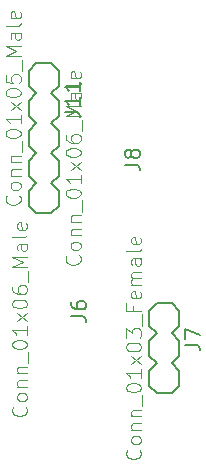
<source format=gbr>
G04 #@! TF.GenerationSoftware,KiCad,Pcbnew,(5.1.6)-1*
G04 #@! TF.CreationDate,2020-08-30T21:35:49+02:00*
G04 #@! TF.ProjectId,Freude_BreakoutBoard,46726575-6465-45f4-9272-65616b6f7574,rev?*
G04 #@! TF.SameCoordinates,Original*
G04 #@! TF.FileFunction,Legend,Bot*
G04 #@! TF.FilePolarity,Positive*
%FSLAX46Y46*%
G04 Gerber Fmt 4.6, Leading zero omitted, Abs format (unit mm)*
G04 Created by KiCad (PCBNEW (5.1.6)-1) date 2020-08-30 21:35:49*
%MOMM*%
%LPD*%
G01*
G04 APERTURE LIST*
%ADD10C,0.203200*%
%ADD11C,0.127000*%
%ADD12C,0.101600*%
G04 APERTURE END LIST*
D10*
X165730000Y-91190000D02*
X166365000Y-91825000D01*
X166365000Y-91825000D02*
X166365000Y-93095000D01*
X166365000Y-93095000D02*
X165730000Y-93730000D01*
X164460000Y-93730000D02*
X163825000Y-93095000D01*
X163825000Y-93095000D02*
X163825000Y-91825000D01*
X163825000Y-91825000D02*
X164460000Y-91190000D01*
X166365000Y-86745000D02*
X166365000Y-88015000D01*
X166365000Y-88015000D02*
X165730000Y-88650000D01*
X164460000Y-88650000D02*
X163825000Y-88015000D01*
X165730000Y-88650000D02*
X166365000Y-89285000D01*
X166365000Y-89285000D02*
X166365000Y-90555000D01*
X166365000Y-90555000D02*
X165730000Y-91190000D01*
X164460000Y-91190000D02*
X163825000Y-90555000D01*
X163825000Y-90555000D02*
X163825000Y-89285000D01*
X163825000Y-89285000D02*
X164460000Y-88650000D01*
X165730000Y-86110000D02*
X164460000Y-86110000D01*
X166365000Y-86745000D02*
X165730000Y-86110000D01*
X164460000Y-86110000D02*
X163825000Y-86745000D01*
X163825000Y-88015000D02*
X163825000Y-86745000D01*
X165730000Y-93730000D02*
X164460000Y-93730000D01*
X156165000Y-74040000D02*
X156165000Y-75310000D01*
X156165000Y-75310000D02*
X155530000Y-75945000D01*
X154260000Y-75945000D02*
X153625000Y-75310000D01*
X155530000Y-75945000D02*
X156165000Y-76580000D01*
X156165000Y-76580000D02*
X156165000Y-77850000D01*
X156165000Y-77850000D02*
X155530000Y-78485000D01*
X154260000Y-78485000D02*
X153625000Y-77850000D01*
X153625000Y-77850000D02*
X153625000Y-76580000D01*
X153625000Y-76580000D02*
X154260000Y-75945000D01*
X155530000Y-70865000D02*
X156165000Y-71500000D01*
X156165000Y-71500000D02*
X156165000Y-72770000D01*
X156165000Y-72770000D02*
X155530000Y-73405000D01*
X154260000Y-73405000D02*
X153625000Y-72770000D01*
X153625000Y-72770000D02*
X153625000Y-71500000D01*
X153625000Y-71500000D02*
X154260000Y-70865000D01*
X156165000Y-74040000D02*
X155530000Y-73405000D01*
X154260000Y-73405000D02*
X153625000Y-74040000D01*
X153625000Y-75310000D02*
X153625000Y-74040000D01*
X156165000Y-66420000D02*
X156165000Y-67690000D01*
X156165000Y-67690000D02*
X155530000Y-68325000D01*
X154260000Y-68325000D02*
X153625000Y-67690000D01*
X155530000Y-68325000D02*
X156165000Y-68960000D01*
X156165000Y-68960000D02*
X156165000Y-70230000D01*
X156165000Y-70230000D02*
X155530000Y-70865000D01*
X154260000Y-70865000D02*
X153625000Y-70230000D01*
X153625000Y-70230000D02*
X153625000Y-68960000D01*
X153625000Y-68960000D02*
X154260000Y-68325000D01*
X155530000Y-65785000D02*
X154260000Y-65785000D01*
X156165000Y-66420000D02*
X155530000Y-65785000D01*
X154260000Y-65785000D02*
X153625000Y-66420000D01*
X153625000Y-67690000D02*
X153625000Y-66420000D01*
X155530000Y-78485000D02*
X154260000Y-78485000D01*
D11*
X166863323Y-89632133D02*
X167770466Y-89632133D01*
X167951895Y-89692609D01*
X168072847Y-89813561D01*
X168133323Y-89994990D01*
X168133323Y-90115942D01*
X166863323Y-89148323D02*
X166863323Y-88301657D01*
X168133323Y-88845942D01*
D12*
X163008571Y-98537857D02*
X163069047Y-98598333D01*
X163129523Y-98779761D01*
X163129523Y-98900714D01*
X163069047Y-99082142D01*
X162948095Y-99203095D01*
X162827142Y-99263571D01*
X162585238Y-99324047D01*
X162403809Y-99324047D01*
X162161904Y-99263571D01*
X162040952Y-99203095D01*
X161920000Y-99082142D01*
X161859523Y-98900714D01*
X161859523Y-98779761D01*
X161920000Y-98598333D01*
X161980476Y-98537857D01*
X163129523Y-97812142D02*
X163069047Y-97933095D01*
X163008571Y-97993571D01*
X162887619Y-98054047D01*
X162524761Y-98054047D01*
X162403809Y-97993571D01*
X162343333Y-97933095D01*
X162282857Y-97812142D01*
X162282857Y-97630714D01*
X162343333Y-97509761D01*
X162403809Y-97449285D01*
X162524761Y-97388809D01*
X162887619Y-97388809D01*
X163008571Y-97449285D01*
X163069047Y-97509761D01*
X163129523Y-97630714D01*
X163129523Y-97812142D01*
X162282857Y-96844523D02*
X163129523Y-96844523D01*
X162403809Y-96844523D02*
X162343333Y-96784047D01*
X162282857Y-96663095D01*
X162282857Y-96481666D01*
X162343333Y-96360714D01*
X162464285Y-96300238D01*
X163129523Y-96300238D01*
X162282857Y-95695476D02*
X163129523Y-95695476D01*
X162403809Y-95695476D02*
X162343333Y-95635000D01*
X162282857Y-95514047D01*
X162282857Y-95332619D01*
X162343333Y-95211666D01*
X162464285Y-95151190D01*
X163129523Y-95151190D01*
X163250476Y-94848809D02*
X163250476Y-93881190D01*
X161859523Y-93336904D02*
X161859523Y-93215952D01*
X161920000Y-93095000D01*
X161980476Y-93034523D01*
X162101428Y-92974047D01*
X162343333Y-92913571D01*
X162645714Y-92913571D01*
X162887619Y-92974047D01*
X163008571Y-93034523D01*
X163069047Y-93095000D01*
X163129523Y-93215952D01*
X163129523Y-93336904D01*
X163069047Y-93457857D01*
X163008571Y-93518333D01*
X162887619Y-93578809D01*
X162645714Y-93639285D01*
X162343333Y-93639285D01*
X162101428Y-93578809D01*
X161980476Y-93518333D01*
X161920000Y-93457857D01*
X161859523Y-93336904D01*
X163129523Y-91704047D02*
X163129523Y-92429761D01*
X163129523Y-92066904D02*
X161859523Y-92066904D01*
X162040952Y-92187857D01*
X162161904Y-92308809D01*
X162222380Y-92429761D01*
X163129523Y-91280714D02*
X162282857Y-90615476D01*
X162282857Y-91280714D02*
X163129523Y-90615476D01*
X161859523Y-89889761D02*
X161859523Y-89768809D01*
X161920000Y-89647857D01*
X161980476Y-89587380D01*
X162101428Y-89526904D01*
X162343333Y-89466428D01*
X162645714Y-89466428D01*
X162887619Y-89526904D01*
X163008571Y-89587380D01*
X163069047Y-89647857D01*
X163129523Y-89768809D01*
X163129523Y-89889761D01*
X163069047Y-90010714D01*
X163008571Y-90071190D01*
X162887619Y-90131666D01*
X162645714Y-90192142D01*
X162343333Y-90192142D01*
X162101428Y-90131666D01*
X161980476Y-90071190D01*
X161920000Y-90010714D01*
X161859523Y-89889761D01*
X161859523Y-89043095D02*
X161859523Y-88256904D01*
X162343333Y-88680238D01*
X162343333Y-88498809D01*
X162403809Y-88377857D01*
X162464285Y-88317380D01*
X162585238Y-88256904D01*
X162887619Y-88256904D01*
X163008571Y-88317380D01*
X163069047Y-88377857D01*
X163129523Y-88498809D01*
X163129523Y-88861666D01*
X163069047Y-88982619D01*
X163008571Y-89043095D01*
X163250476Y-88015000D02*
X163250476Y-87047380D01*
X162464285Y-86321666D02*
X162464285Y-86745000D01*
X163129523Y-86745000D02*
X161859523Y-86745000D01*
X161859523Y-86140238D01*
X163069047Y-85172619D02*
X163129523Y-85293571D01*
X163129523Y-85535476D01*
X163069047Y-85656428D01*
X162948095Y-85716904D01*
X162464285Y-85716904D01*
X162343333Y-85656428D01*
X162282857Y-85535476D01*
X162282857Y-85293571D01*
X162343333Y-85172619D01*
X162464285Y-85112142D01*
X162585238Y-85112142D01*
X162706190Y-85716904D01*
X163129523Y-84567857D02*
X162282857Y-84567857D01*
X162403809Y-84567857D02*
X162343333Y-84507380D01*
X162282857Y-84386428D01*
X162282857Y-84205000D01*
X162343333Y-84084047D01*
X162464285Y-84023571D01*
X163129523Y-84023571D01*
X162464285Y-84023571D02*
X162343333Y-83963095D01*
X162282857Y-83842142D01*
X162282857Y-83660714D01*
X162343333Y-83539761D01*
X162464285Y-83479285D01*
X163129523Y-83479285D01*
X163129523Y-82330238D02*
X162464285Y-82330238D01*
X162343333Y-82390714D01*
X162282857Y-82511666D01*
X162282857Y-82753571D01*
X162343333Y-82874523D01*
X163069047Y-82330238D02*
X163129523Y-82451190D01*
X163129523Y-82753571D01*
X163069047Y-82874523D01*
X162948095Y-82935000D01*
X162827142Y-82935000D01*
X162706190Y-82874523D01*
X162645714Y-82753571D01*
X162645714Y-82451190D01*
X162585238Y-82330238D01*
X163129523Y-81544047D02*
X163069047Y-81665000D01*
X162948095Y-81725476D01*
X161859523Y-81725476D01*
X163069047Y-80576428D02*
X163129523Y-80697380D01*
X163129523Y-80939285D01*
X163069047Y-81060238D01*
X162948095Y-81120714D01*
X162464285Y-81120714D01*
X162343333Y-81060238D01*
X162282857Y-80939285D01*
X162282857Y-80697380D01*
X162343333Y-80576428D01*
X162464285Y-80515952D01*
X162585238Y-80515952D01*
X162706190Y-81120714D01*
D11*
X161763323Y-74382133D02*
X162670466Y-74382133D01*
X162851895Y-74442609D01*
X162972847Y-74563561D01*
X163033323Y-74744990D01*
X163033323Y-74865942D01*
X162307609Y-73595942D02*
X162247133Y-73716895D01*
X162186657Y-73777371D01*
X162065704Y-73837847D01*
X162005228Y-73837847D01*
X161884276Y-73777371D01*
X161823800Y-73716895D01*
X161763323Y-73595942D01*
X161763323Y-73354038D01*
X161823800Y-73233085D01*
X161884276Y-73172609D01*
X162005228Y-73112133D01*
X162065704Y-73112133D01*
X162186657Y-73172609D01*
X162247133Y-73233085D01*
X162307609Y-73354038D01*
X162307609Y-73595942D01*
X162368085Y-73716895D01*
X162428561Y-73777371D01*
X162549514Y-73837847D01*
X162791419Y-73837847D01*
X162912371Y-73777371D01*
X162972847Y-73716895D01*
X163033323Y-73595942D01*
X163033323Y-73354038D01*
X162972847Y-73233085D01*
X162912371Y-73172609D01*
X162791419Y-73112133D01*
X162549514Y-73112133D01*
X162428561Y-73172609D01*
X162368085Y-73233085D01*
X162307609Y-73354038D01*
D12*
X157908571Y-82078333D02*
X157969047Y-82138809D01*
X158029523Y-82320238D01*
X158029523Y-82441190D01*
X157969047Y-82622619D01*
X157848095Y-82743571D01*
X157727142Y-82804047D01*
X157485238Y-82864523D01*
X157303809Y-82864523D01*
X157061904Y-82804047D01*
X156940952Y-82743571D01*
X156820000Y-82622619D01*
X156759523Y-82441190D01*
X156759523Y-82320238D01*
X156820000Y-82138809D01*
X156880476Y-82078333D01*
X158029523Y-81352619D02*
X157969047Y-81473571D01*
X157908571Y-81534047D01*
X157787619Y-81594523D01*
X157424761Y-81594523D01*
X157303809Y-81534047D01*
X157243333Y-81473571D01*
X157182857Y-81352619D01*
X157182857Y-81171190D01*
X157243333Y-81050238D01*
X157303809Y-80989761D01*
X157424761Y-80929285D01*
X157787619Y-80929285D01*
X157908571Y-80989761D01*
X157969047Y-81050238D01*
X158029523Y-81171190D01*
X158029523Y-81352619D01*
X157182857Y-80385000D02*
X158029523Y-80385000D01*
X157303809Y-80385000D02*
X157243333Y-80324523D01*
X157182857Y-80203571D01*
X157182857Y-80022142D01*
X157243333Y-79901190D01*
X157364285Y-79840714D01*
X158029523Y-79840714D01*
X157182857Y-79235952D02*
X158029523Y-79235952D01*
X157303809Y-79235952D02*
X157243333Y-79175476D01*
X157182857Y-79054523D01*
X157182857Y-78873095D01*
X157243333Y-78752142D01*
X157364285Y-78691666D01*
X158029523Y-78691666D01*
X158150476Y-78389285D02*
X158150476Y-77421666D01*
X156759523Y-76877380D02*
X156759523Y-76756428D01*
X156820000Y-76635476D01*
X156880476Y-76575000D01*
X157001428Y-76514523D01*
X157243333Y-76454047D01*
X157545714Y-76454047D01*
X157787619Y-76514523D01*
X157908571Y-76575000D01*
X157969047Y-76635476D01*
X158029523Y-76756428D01*
X158029523Y-76877380D01*
X157969047Y-76998333D01*
X157908571Y-77058809D01*
X157787619Y-77119285D01*
X157545714Y-77179761D01*
X157243333Y-77179761D01*
X157001428Y-77119285D01*
X156880476Y-77058809D01*
X156820000Y-76998333D01*
X156759523Y-76877380D01*
X158029523Y-75244523D02*
X158029523Y-75970238D01*
X158029523Y-75607380D02*
X156759523Y-75607380D01*
X156940952Y-75728333D01*
X157061904Y-75849285D01*
X157122380Y-75970238D01*
X158029523Y-74821190D02*
X157182857Y-74155952D01*
X157182857Y-74821190D02*
X158029523Y-74155952D01*
X156759523Y-73430238D02*
X156759523Y-73309285D01*
X156820000Y-73188333D01*
X156880476Y-73127857D01*
X157001428Y-73067380D01*
X157243333Y-73006904D01*
X157545714Y-73006904D01*
X157787619Y-73067380D01*
X157908571Y-73127857D01*
X157969047Y-73188333D01*
X158029523Y-73309285D01*
X158029523Y-73430238D01*
X157969047Y-73551190D01*
X157908571Y-73611666D01*
X157787619Y-73672142D01*
X157545714Y-73732619D01*
X157243333Y-73732619D01*
X157001428Y-73672142D01*
X156880476Y-73611666D01*
X156820000Y-73551190D01*
X156759523Y-73430238D01*
X156759523Y-71918333D02*
X156759523Y-72160238D01*
X156820000Y-72281190D01*
X156880476Y-72341666D01*
X157061904Y-72462619D01*
X157303809Y-72523095D01*
X157787619Y-72523095D01*
X157908571Y-72462619D01*
X157969047Y-72402142D01*
X158029523Y-72281190D01*
X158029523Y-72039285D01*
X157969047Y-71918333D01*
X157908571Y-71857857D01*
X157787619Y-71797380D01*
X157485238Y-71797380D01*
X157364285Y-71857857D01*
X157303809Y-71918333D01*
X157243333Y-72039285D01*
X157243333Y-72281190D01*
X157303809Y-72402142D01*
X157364285Y-72462619D01*
X157485238Y-72523095D01*
X158150476Y-71555476D02*
X158150476Y-70587857D01*
X158029523Y-70285476D02*
X156759523Y-70285476D01*
X157666666Y-69862142D01*
X156759523Y-69438809D01*
X158029523Y-69438809D01*
X158029523Y-68289761D02*
X157364285Y-68289761D01*
X157243333Y-68350238D01*
X157182857Y-68471190D01*
X157182857Y-68713095D01*
X157243333Y-68834047D01*
X157969047Y-68289761D02*
X158029523Y-68410714D01*
X158029523Y-68713095D01*
X157969047Y-68834047D01*
X157848095Y-68894523D01*
X157727142Y-68894523D01*
X157606190Y-68834047D01*
X157545714Y-68713095D01*
X157545714Y-68410714D01*
X157485238Y-68289761D01*
X158029523Y-67503571D02*
X157969047Y-67624523D01*
X157848095Y-67685000D01*
X156759523Y-67685000D01*
X157969047Y-66535952D02*
X158029523Y-66656904D01*
X158029523Y-66898809D01*
X157969047Y-67019761D01*
X157848095Y-67080238D01*
X157364285Y-67080238D01*
X157243333Y-67019761D01*
X157182857Y-66898809D01*
X157182857Y-66656904D01*
X157243333Y-66535952D01*
X157364285Y-66475476D01*
X157485238Y-66475476D01*
X157606190Y-67080238D01*
D11*
X156663323Y-69911895D02*
X157570466Y-69911895D01*
X157751895Y-69972371D01*
X157872847Y-70093323D01*
X157933323Y-70274752D01*
X157933323Y-70395704D01*
X157933323Y-68641895D02*
X157933323Y-69367609D01*
X157933323Y-69004752D02*
X156663323Y-69004752D01*
X156844752Y-69125704D01*
X156965704Y-69246657D01*
X157026180Y-69367609D01*
X157933323Y-67432371D02*
X157933323Y-68158085D01*
X157933323Y-67795228D02*
X156663323Y-67795228D01*
X156844752Y-67916180D01*
X156965704Y-68037133D01*
X157026180Y-68158085D01*
D12*
X152808571Y-77003333D02*
X152869047Y-77063809D01*
X152929523Y-77245238D01*
X152929523Y-77366190D01*
X152869047Y-77547619D01*
X152748095Y-77668571D01*
X152627142Y-77729047D01*
X152385238Y-77789523D01*
X152203809Y-77789523D01*
X151961904Y-77729047D01*
X151840952Y-77668571D01*
X151720000Y-77547619D01*
X151659523Y-77366190D01*
X151659523Y-77245238D01*
X151720000Y-77063809D01*
X151780476Y-77003333D01*
X152929523Y-76277619D02*
X152869047Y-76398571D01*
X152808571Y-76459047D01*
X152687619Y-76519523D01*
X152324761Y-76519523D01*
X152203809Y-76459047D01*
X152143333Y-76398571D01*
X152082857Y-76277619D01*
X152082857Y-76096190D01*
X152143333Y-75975238D01*
X152203809Y-75914761D01*
X152324761Y-75854285D01*
X152687619Y-75854285D01*
X152808571Y-75914761D01*
X152869047Y-75975238D01*
X152929523Y-76096190D01*
X152929523Y-76277619D01*
X152082857Y-75310000D02*
X152929523Y-75310000D01*
X152203809Y-75310000D02*
X152143333Y-75249523D01*
X152082857Y-75128571D01*
X152082857Y-74947142D01*
X152143333Y-74826190D01*
X152264285Y-74765714D01*
X152929523Y-74765714D01*
X152082857Y-74160952D02*
X152929523Y-74160952D01*
X152203809Y-74160952D02*
X152143333Y-74100476D01*
X152082857Y-73979523D01*
X152082857Y-73798095D01*
X152143333Y-73677142D01*
X152264285Y-73616666D01*
X152929523Y-73616666D01*
X153050476Y-73314285D02*
X153050476Y-72346666D01*
X151659523Y-71802380D02*
X151659523Y-71681428D01*
X151720000Y-71560476D01*
X151780476Y-71500000D01*
X151901428Y-71439523D01*
X152143333Y-71379047D01*
X152445714Y-71379047D01*
X152687619Y-71439523D01*
X152808571Y-71500000D01*
X152869047Y-71560476D01*
X152929523Y-71681428D01*
X152929523Y-71802380D01*
X152869047Y-71923333D01*
X152808571Y-71983809D01*
X152687619Y-72044285D01*
X152445714Y-72104761D01*
X152143333Y-72104761D01*
X151901428Y-72044285D01*
X151780476Y-71983809D01*
X151720000Y-71923333D01*
X151659523Y-71802380D01*
X152929523Y-70169523D02*
X152929523Y-70895238D01*
X152929523Y-70532380D02*
X151659523Y-70532380D01*
X151840952Y-70653333D01*
X151961904Y-70774285D01*
X152022380Y-70895238D01*
X152929523Y-69746190D02*
X152082857Y-69080952D01*
X152082857Y-69746190D02*
X152929523Y-69080952D01*
X151659523Y-68355238D02*
X151659523Y-68234285D01*
X151720000Y-68113333D01*
X151780476Y-68052857D01*
X151901428Y-67992380D01*
X152143333Y-67931904D01*
X152445714Y-67931904D01*
X152687619Y-67992380D01*
X152808571Y-68052857D01*
X152869047Y-68113333D01*
X152929523Y-68234285D01*
X152929523Y-68355238D01*
X152869047Y-68476190D01*
X152808571Y-68536666D01*
X152687619Y-68597142D01*
X152445714Y-68657619D01*
X152143333Y-68657619D01*
X151901428Y-68597142D01*
X151780476Y-68536666D01*
X151720000Y-68476190D01*
X151659523Y-68355238D01*
X151659523Y-66782857D02*
X151659523Y-67387619D01*
X152264285Y-67448095D01*
X152203809Y-67387619D01*
X152143333Y-67266666D01*
X152143333Y-66964285D01*
X152203809Y-66843333D01*
X152264285Y-66782857D01*
X152385238Y-66722380D01*
X152687619Y-66722380D01*
X152808571Y-66782857D01*
X152869047Y-66843333D01*
X152929523Y-66964285D01*
X152929523Y-67266666D01*
X152869047Y-67387619D01*
X152808571Y-67448095D01*
X153050476Y-66480476D02*
X153050476Y-65512857D01*
X152929523Y-65210476D02*
X151659523Y-65210476D01*
X152566666Y-64787142D01*
X151659523Y-64363809D01*
X152929523Y-64363809D01*
X152929523Y-63214761D02*
X152264285Y-63214761D01*
X152143333Y-63275238D01*
X152082857Y-63396190D01*
X152082857Y-63638095D01*
X152143333Y-63759047D01*
X152869047Y-63214761D02*
X152929523Y-63335714D01*
X152929523Y-63638095D01*
X152869047Y-63759047D01*
X152748095Y-63819523D01*
X152627142Y-63819523D01*
X152506190Y-63759047D01*
X152445714Y-63638095D01*
X152445714Y-63335714D01*
X152385238Y-63214761D01*
X152929523Y-62428571D02*
X152869047Y-62549523D01*
X152748095Y-62610000D01*
X151659523Y-62610000D01*
X152869047Y-61460952D02*
X152929523Y-61581904D01*
X152929523Y-61823809D01*
X152869047Y-61944761D01*
X152748095Y-62005238D01*
X152264285Y-62005238D01*
X152143333Y-61944761D01*
X152082857Y-61823809D01*
X152082857Y-61581904D01*
X152143333Y-61460952D01*
X152264285Y-61400476D01*
X152385238Y-61400476D01*
X152506190Y-62005238D01*
D11*
X157208323Y-87192133D02*
X158115466Y-87192133D01*
X158296895Y-87252609D01*
X158417847Y-87373561D01*
X158478323Y-87554990D01*
X158478323Y-87675942D01*
X157208323Y-86043085D02*
X157208323Y-86284990D01*
X157268800Y-86405942D01*
X157329276Y-86466419D01*
X157510704Y-86587371D01*
X157752609Y-86647847D01*
X158236419Y-86647847D01*
X158357371Y-86587371D01*
X158417847Y-86526895D01*
X158478323Y-86405942D01*
X158478323Y-86164038D01*
X158417847Y-86043085D01*
X158357371Y-85982609D01*
X158236419Y-85922133D01*
X157934038Y-85922133D01*
X157813085Y-85982609D01*
X157752609Y-86043085D01*
X157692133Y-86164038D01*
X157692133Y-86405942D01*
X157752609Y-86526895D01*
X157813085Y-86587371D01*
X157934038Y-86647847D01*
D12*
X153353571Y-94888333D02*
X153414047Y-94948809D01*
X153474523Y-95130238D01*
X153474523Y-95251190D01*
X153414047Y-95432619D01*
X153293095Y-95553571D01*
X153172142Y-95614047D01*
X152930238Y-95674523D01*
X152748809Y-95674523D01*
X152506904Y-95614047D01*
X152385952Y-95553571D01*
X152265000Y-95432619D01*
X152204523Y-95251190D01*
X152204523Y-95130238D01*
X152265000Y-94948809D01*
X152325476Y-94888333D01*
X153474523Y-94162619D02*
X153414047Y-94283571D01*
X153353571Y-94344047D01*
X153232619Y-94404523D01*
X152869761Y-94404523D01*
X152748809Y-94344047D01*
X152688333Y-94283571D01*
X152627857Y-94162619D01*
X152627857Y-93981190D01*
X152688333Y-93860238D01*
X152748809Y-93799761D01*
X152869761Y-93739285D01*
X153232619Y-93739285D01*
X153353571Y-93799761D01*
X153414047Y-93860238D01*
X153474523Y-93981190D01*
X153474523Y-94162619D01*
X152627857Y-93195000D02*
X153474523Y-93195000D01*
X152748809Y-93195000D02*
X152688333Y-93134523D01*
X152627857Y-93013571D01*
X152627857Y-92832142D01*
X152688333Y-92711190D01*
X152809285Y-92650714D01*
X153474523Y-92650714D01*
X152627857Y-92045952D02*
X153474523Y-92045952D01*
X152748809Y-92045952D02*
X152688333Y-91985476D01*
X152627857Y-91864523D01*
X152627857Y-91683095D01*
X152688333Y-91562142D01*
X152809285Y-91501666D01*
X153474523Y-91501666D01*
X153595476Y-91199285D02*
X153595476Y-90231666D01*
X152204523Y-89687380D02*
X152204523Y-89566428D01*
X152265000Y-89445476D01*
X152325476Y-89385000D01*
X152446428Y-89324523D01*
X152688333Y-89264047D01*
X152990714Y-89264047D01*
X153232619Y-89324523D01*
X153353571Y-89385000D01*
X153414047Y-89445476D01*
X153474523Y-89566428D01*
X153474523Y-89687380D01*
X153414047Y-89808333D01*
X153353571Y-89868809D01*
X153232619Y-89929285D01*
X152990714Y-89989761D01*
X152688333Y-89989761D01*
X152446428Y-89929285D01*
X152325476Y-89868809D01*
X152265000Y-89808333D01*
X152204523Y-89687380D01*
X153474523Y-88054523D02*
X153474523Y-88780238D01*
X153474523Y-88417380D02*
X152204523Y-88417380D01*
X152385952Y-88538333D01*
X152506904Y-88659285D01*
X152567380Y-88780238D01*
X153474523Y-87631190D02*
X152627857Y-86965952D01*
X152627857Y-87631190D02*
X153474523Y-86965952D01*
X152204523Y-86240238D02*
X152204523Y-86119285D01*
X152265000Y-85998333D01*
X152325476Y-85937857D01*
X152446428Y-85877380D01*
X152688333Y-85816904D01*
X152990714Y-85816904D01*
X153232619Y-85877380D01*
X153353571Y-85937857D01*
X153414047Y-85998333D01*
X153474523Y-86119285D01*
X153474523Y-86240238D01*
X153414047Y-86361190D01*
X153353571Y-86421666D01*
X153232619Y-86482142D01*
X152990714Y-86542619D01*
X152688333Y-86542619D01*
X152446428Y-86482142D01*
X152325476Y-86421666D01*
X152265000Y-86361190D01*
X152204523Y-86240238D01*
X152204523Y-84728333D02*
X152204523Y-84970238D01*
X152265000Y-85091190D01*
X152325476Y-85151666D01*
X152506904Y-85272619D01*
X152748809Y-85333095D01*
X153232619Y-85333095D01*
X153353571Y-85272619D01*
X153414047Y-85212142D01*
X153474523Y-85091190D01*
X153474523Y-84849285D01*
X153414047Y-84728333D01*
X153353571Y-84667857D01*
X153232619Y-84607380D01*
X152930238Y-84607380D01*
X152809285Y-84667857D01*
X152748809Y-84728333D01*
X152688333Y-84849285D01*
X152688333Y-85091190D01*
X152748809Y-85212142D01*
X152809285Y-85272619D01*
X152930238Y-85333095D01*
X153595476Y-84365476D02*
X153595476Y-83397857D01*
X153474523Y-83095476D02*
X152204523Y-83095476D01*
X153111666Y-82672142D01*
X152204523Y-82248809D01*
X153474523Y-82248809D01*
X153474523Y-81099761D02*
X152809285Y-81099761D01*
X152688333Y-81160238D01*
X152627857Y-81281190D01*
X152627857Y-81523095D01*
X152688333Y-81644047D01*
X153414047Y-81099761D02*
X153474523Y-81220714D01*
X153474523Y-81523095D01*
X153414047Y-81644047D01*
X153293095Y-81704523D01*
X153172142Y-81704523D01*
X153051190Y-81644047D01*
X152990714Y-81523095D01*
X152990714Y-81220714D01*
X152930238Y-81099761D01*
X153474523Y-80313571D02*
X153414047Y-80434523D01*
X153293095Y-80495000D01*
X152204523Y-80495000D01*
X153414047Y-79345952D02*
X153474523Y-79466904D01*
X153474523Y-79708809D01*
X153414047Y-79829761D01*
X153293095Y-79890238D01*
X152809285Y-79890238D01*
X152688333Y-79829761D01*
X152627857Y-79708809D01*
X152627857Y-79466904D01*
X152688333Y-79345952D01*
X152809285Y-79285476D01*
X152930238Y-79285476D01*
X153051190Y-79890238D01*
M02*

</source>
